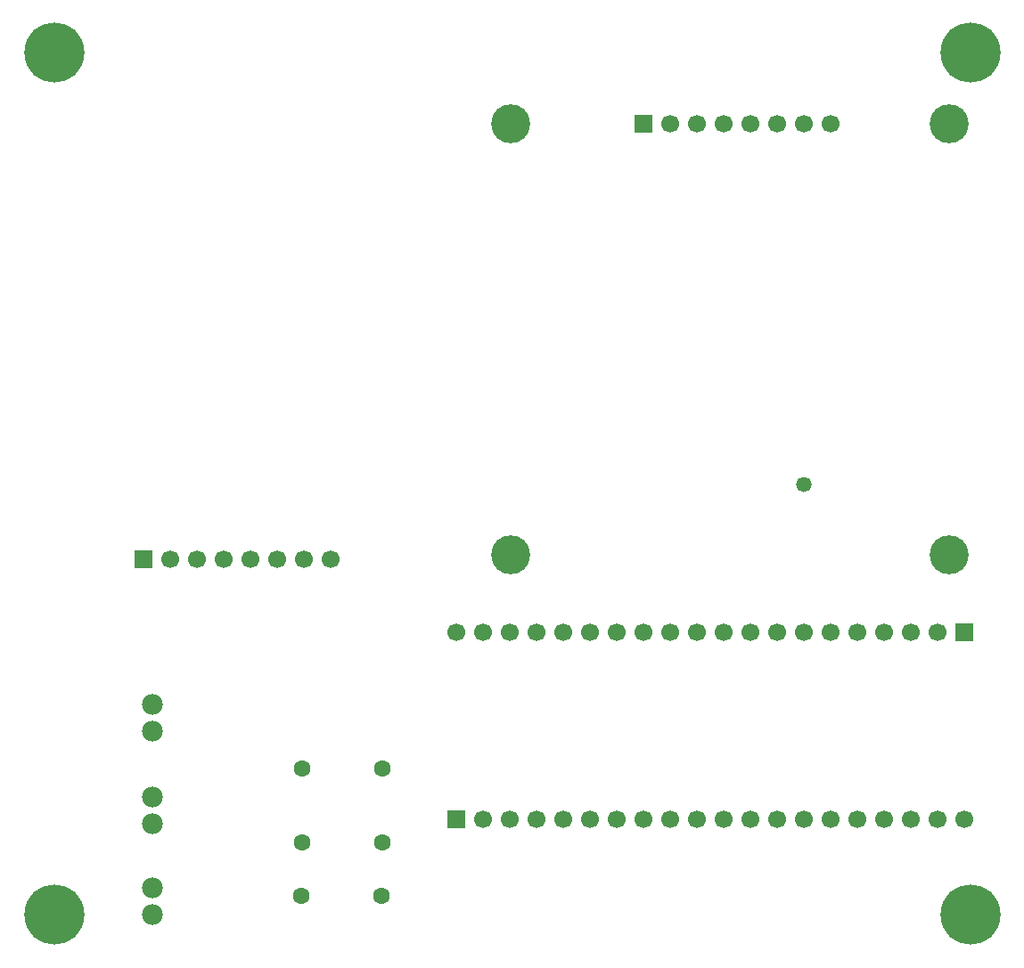
<source format=gbs>
G04*
G04 #@! TF.GenerationSoftware,Altium Limited,Altium Designer,19.0.15 (446)*
G04*
G04 Layer_Color=16711935*
%FSLAX42Y42*%
%MOMM*%
G71*
G01*
G75*
%ADD13C,1.70*%
%ADD14R,1.70X1.70*%
%ADD15C,1.98*%
%ADD16C,3.70*%
%ADD17C,5.70*%
%ADD18C,1.60*%
%ADD19C,1.47*%
D13*
X3023Y3785D02*
D03*
X2769D02*
D03*
X2515D02*
D03*
X2261D02*
D03*
X2007D02*
D03*
X1753D02*
D03*
X1499D02*
D03*
X4216Y3086D02*
D03*
X4470D02*
D03*
X4724D02*
D03*
X4978D02*
D03*
X5232D02*
D03*
X5486D02*
D03*
X5740D02*
D03*
X5994D02*
D03*
X6248D02*
D03*
X6502D02*
D03*
X6756D02*
D03*
X7010D02*
D03*
X7264D02*
D03*
X7518D02*
D03*
X7772D02*
D03*
X8026D02*
D03*
X8280D02*
D03*
X8534D02*
D03*
X8788D02*
D03*
X9042Y1308D02*
D03*
X8788D02*
D03*
X8534D02*
D03*
X8280D02*
D03*
X8026D02*
D03*
X7772D02*
D03*
X7518D02*
D03*
X7264D02*
D03*
X7010D02*
D03*
X6756D02*
D03*
X6502D02*
D03*
X6248D02*
D03*
X5994D02*
D03*
X5740D02*
D03*
X5486D02*
D03*
X5232D02*
D03*
X4978D02*
D03*
X4724D02*
D03*
X4470D02*
D03*
X6248Y7925D02*
D03*
X6502D02*
D03*
X6756D02*
D03*
X7010D02*
D03*
X7264D02*
D03*
X7518D02*
D03*
X7772D02*
D03*
D14*
X1245Y3785D02*
D03*
X9042Y3086D02*
D03*
X4216Y1308D02*
D03*
X5994Y7925D02*
D03*
D15*
X1334Y2146D02*
D03*
Y2400D02*
D03*
Y406D02*
D03*
Y660D02*
D03*
Y1524D02*
D03*
Y1270D02*
D03*
D16*
X4737Y3823D02*
D03*
X8903D02*
D03*
X4737Y7925D02*
D03*
X8903D02*
D03*
D17*
X400Y400D02*
D03*
Y8600D02*
D03*
X9100D02*
D03*
Y400D02*
D03*
D18*
X2756Y1791D02*
D03*
X3518D02*
D03*
X2743Y584D02*
D03*
X3505D02*
D03*
X2756Y1092D02*
D03*
X3518D02*
D03*
D19*
X7518Y4493D02*
D03*
M02*

</source>
